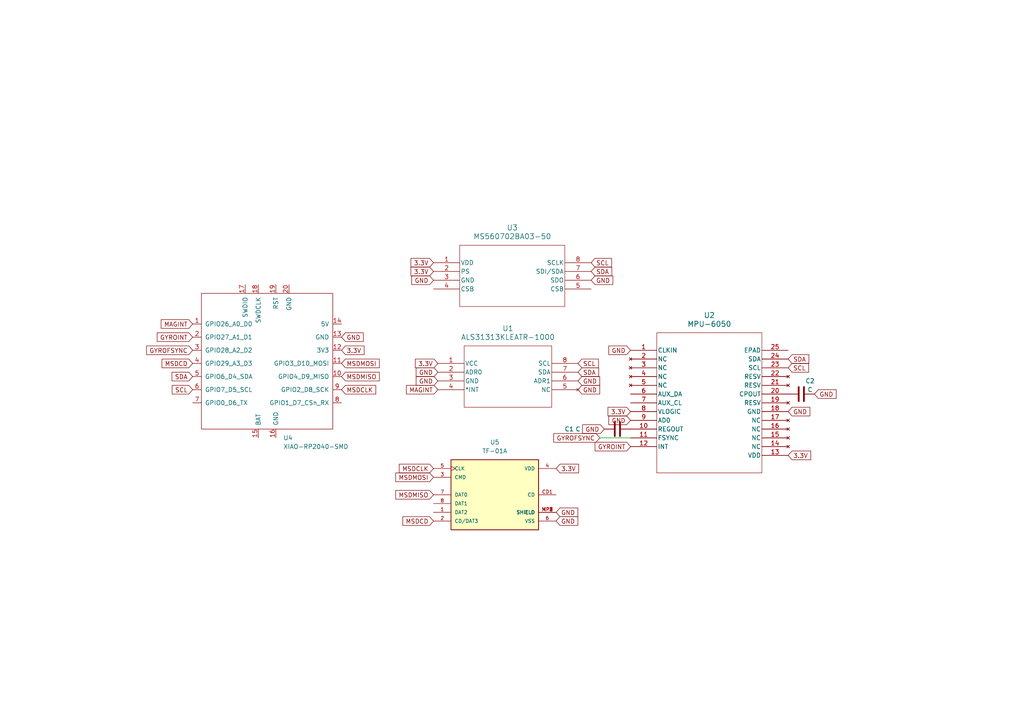
<source format=kicad_sch>
(kicad_sch (version 20250114) (generator "eeschema") (generator_version "9.0")
  (paper "A4")
  (title_block (title "Odyssey") (date "2025-04-28") (rev "v2") (company "Hack Club") (comment 1 "apex.hackclub.com"))
  (lib_symbols
    (symbol "ALS31313KLEATR-1000:ALS31313KLEATR-1000" (pin_names (offset 0.254))
      (property "Reference" "U" (at 20.32 10.16 0))
      (property "Value" "ALS31313KLEATR-1000" (at 20.32 7.62 0))
      (symbol "ALS31313KLEATR-1000_0_1"
        (polyline (pts (xy 7.62 5.08) (xy 7.62 -12.7)) (stroke (width 0.127)))
        (polyline (pts (xy 7.62 -12.7) (xy 33.02 -12.7)) (stroke (width 0.127)))
        (polyline (pts (xy 33.02 5.08) (xy 7.62 5.08)) (stroke (width 0.127)))
        (polyline (pts (xy 33.02 -12.7) (xy 33.02 5.08)) (stroke (width 0.127)))
        (pin power_in line (at 0 0 0) (length 7.62) (name "VCC") (number "1"))
        (pin input line (at 0 -2.54 0) (length 7.62) (name "ADR0") (number "2"))
        (pin power_out line (at 0 -5.08 0) (length 7.62) (name "GND") (number "3"))
        (pin output line (at 0 -7.62 0) (length 7.62) (name "*INT") (number "4"))
        (pin input line (at 40.64 0 180) (length 7.62) (name "SCL") (number "8"))
        (pin bidirectional line (at 40.64 -2.54 180) (length 7.62) (name "SDA") (number "7"))
        (pin input line (at 40.64 -5.08 180) (length 7.62) (name "ADR1") (number "6"))
        (pin no_connect line (at 40.64 -7.62 180) (length 7.62) (name "NC") (number "5"))
      )
    )
    (symbol "Device:C" (pin_numbers (hide yes)) (pin_names (offset 0.254))
      (property "Reference" "C" (at 0.635 2.54 0))
      (property "Value" "C" (at 0.635 -2.54 0))
      (symbol "C_0_1"
        (polyline (pts (xy -2.032 0.762) (xy 2.032 0.762)) (stroke (width 0.508)))
        (polyline (pts (xy -2.032 -0.762) (xy 2.032 -0.762)) (stroke (width 0.508)))
      )
      (symbol "C_1_1"
        (pin passive line (at 0 3.81 270) (length 2.794) (name "~") (number "1"))
        (pin passive line (at 0 -3.81 90) (length 2.794) (name "~") (number "2"))
      )
    )
    (symbol "MPU-6050:MPU-6050" (pin_names (offset 0.254))
      (property "Reference" "U" (at 22.86 10.16 0))
      (property "Value" "MPU-6050" (at 22.86 7.62 0))
      (symbol "MPU-6050_0_1"
        (polyline (pts (xy 7.62 5.08) (xy 7.62 -35.56)) (stroke (width 0.127)))
        (polyline (pts (xy 7.62 -35.56) (xy 38.1 -35.56)) (stroke (width 0.127)))
        (polyline (pts (xy 38.1 5.08) (xy 7.62 5.08)) (stroke (width 0.127)))
        (polyline (pts (xy 38.1 -35.56) (xy 38.1 5.08)) (stroke (width 0.127)))
        (pin input line (at 0 0 0) (length 7.62) (name "CLKIN") (number "1"))
        (pin no_connect line (at 0 -2.54 0) (length 7.62) (name "NC") (number "2"))
        (pin no_connect line (at 0 -5.08 0) (length 7.62) (name "NC") (number "3"))
        (pin no_connect line (at 0 -7.62 0) (length 7.62) (name "NC") (number "4"))
        (pin no_connect line (at 0 -10.16 0) (length 7.62) (name "NC") (number "5"))
        (pin unspecified line (at 0 -12.7 0) (length 7.62) (name "AUX_DA") (number "6"))
        (pin unspecified line (at 0 -15.24 0) (length 7.62) (name "AUX_CL") (number "7"))
        (pin power_in line (at 0 -17.78 0) (length 7.62) (name "VLOGIC") (number "8"))
        (pin bidirectional line (at 0 -20.32 0) (length 7.62) (name "AD0") (number "9"))
        (pin output line (at 0 -22.86 0) (length 7.62) (name "REGOUT") (number "10"))
        (pin unspecified line (at 0 -25.4 0) (length 7.62) (name "FSYNC") (number "11"))
        (pin output line (at 0 -27.94 0) (length 7.62) (name "INT") (number "12"))
        (pin unspecified line (at 45.72 0 180) (length 7.62) (name "EPAD") (number "25"))
        (pin unspecified line (at 45.72 -2.54 180) (length 7.62) (name "SDA") (number "24"))
        (pin unspecified line (at 45.72 -5.08 180) (length 7.62) (name "SCL") (number "23"))
        (pin no_connect line (at 45.72 -7.62 180) (length 7.62) (name "RESV") (number "22"))
        (pin no_connect line (at 45.72 -10.16 180) (length 7.62) (name "RESV") (number "21"))
        (pin output line (at 45.72 -12.7 180) (length 7.62) (name "CPOUT") (number "20"))
        (pin no_connect line (at 45.72 -15.24 180) (length 7.62) (name "RESV") (number "19"))
        (pin power_out line (at 45.72 -17.78 180) (length 7.62) (name "GND") (number "18"))
        (pin no_connect line (at 45.72 -20.32 180) (length 7.62) (name "NC") (number "17"))
        (pin no_connect line (at 45.72 -22.86 180) (length 7.62) (name "NC") (number "16"))
        (pin no_connect line (at 45.72 -25.4 180) (length 7.62) (name "NC") (number "15"))
        (pin no_connect line (at 45.72 -27.94 180) (length 7.62) (name "NC") (number "14"))
        (pin power_in line (at 45.72 -30.48 180) (length 7.62) (name "VDD") (number "13"))
      )
    )
    (symbol "MS560702BA03-50:MS560702BA03-50" (pin_names (offset 0.254))
      (property "Reference" "U" (at 0 15.24 0))
      (property "Value" "MS560702BA03-50" (at 0 12.7 0))
      (symbol "MS560702BA03-50_0_1"
        (polyline (pts (xy -15.24 10.16) (xy -15.24 -7.62)) (stroke (width 0.127)))
        (polyline (pts (xy -15.24 -7.62) (xy 15.24 -7.62)) (stroke (width 0.127)))
        (polyline (pts (xy 15.24 10.16) (xy -15.24 10.16)) (stroke (width 0.127)))
        (polyline (pts (xy 15.24 -7.62) (xy 15.24 10.16)) (stroke (width 0.127)))
        (pin power_in line (at -22.86 5.08 0) (length 7.62) (name "VDD") (number "1"))
        (pin input line (at -22.86 2.54 0) (length 7.62) (name "PS") (number "2"))
        (pin power_out line (at -22.86 0 0) (length 7.62) (name "GND") (number "3"))
        (pin input line (at -22.86 -2.54 0) (length 7.62) (name "CSB") (number "4"))
        (pin input line (at 22.86 5.08 180) (length 7.62) (name "SCLK") (number "8"))
        (pin bidirectional line (at 22.86 2.54 180) (length 7.62) (name "SDI/SDA") (number "7"))
        (pin output line (at 22.86 0 180) (length 7.62) (name "SDO") (number "6"))
        (pin input line (at 22.86 -2.54 180) (length 7.62) (name "CSB") (number "5"))
      )
    )
    (symbol "Seeed_Studio_XIAO_Series:XIAO-RP2040-SMD" (pin_names (offset 1.016))
      (property "Reference" "U" (at -18.542 23.114 0))
      (property "Value" "XIAO-RP2040-SMD" (at -8.382 21.336 0))
      (symbol "XIAO-RP2040-SMD_0_1"
        (rectangle (start 19.05 -19.05) (end -19.05 20.32))
      )
      (symbol "XIAO-RP2040-SMD_1_1"
        (pin passive line (at -21.59 11.43 0) (length 2.54) (name "GPIO26_A0_D0") (number "1"))
        (pin passive line (at -21.59 7.62 0) (length 2.54) (name "GPIO27_A1_D1") (number "2"))
        (pin passive line (at -21.59 3.81 0) (length 2.54) (name "GPIO28_A2_D2") (number "3"))
        (pin passive line (at -21.59 0 0) (length 2.54) (name "GPIO29_A3_D3") (number "4"))
        (pin passive line (at -21.59 -3.81 0) (length 2.54) (name "GPIO6_D4_SDA") (number "5"))
        (pin passive line (at -21.59 -7.62 0) (length 2.54) (name "GPIO7_D5_SCL") (number "6"))
        (pin passive line (at -21.59 -11.43 0) (length 2.54) (name "GPIO0_D6_TX") (number "7"))
        (pin passive line (at -6.35 22.86 270) (length 2.54) (name "SWDIO") (number "17"))
        (pin passive line (at -2.54 22.86 270) (length 2.54) (name "SWDCLK") (number "18"))
        (pin passive line (at -2.54 -21.59 90) (length 2.54) (name "BAT") (number "15"))
        (pin passive line (at 2.54 22.86 270) (length 2.54) (name "RST") (number "19"))
        (pin passive line (at 2.54 -21.59 90) (length 2.54) (name "GND") (number "16"))
        (pin passive line (at 6.35 22.86 270) (length 2.54) (name "GND") (number "20"))
        (pin passive line (at 21.59 11.43 180) (length 2.54) (name "5V") (number "14"))
        (pin passive line (at 21.59 7.62 180) (length 2.54) (name "GND") (number "13"))
        (pin passive line (at 21.59 3.81 180) (length 2.54) (name "3V3") (number "12"))
        (pin passive line (at 21.59 0 180) (length 2.54) (name "GPIO3_D10_MOSI") (number "11"))
        (pin passive line (at 21.59 -3.81 180) (length 2.54) (name "GPIO4_D9_MISO") (number "10"))
        (pin passive line (at 21.59 -7.62 180) (length 2.54) (name "GPIO2_D8_SCK") (number "9"))
        (pin passive line (at 21.59 -11.43 180) (length 2.54) (name "GPIO1_D7_CSn_RX") (number "8"))
      )
    )
    (symbol "TF-01A:TF-01A" (pin_names (offset 1.016))
      (property "Reference" "MICRO_SD" (at -12.7 10.795 0))
      (property "Value" "TF-01A" (at -12.7 -12.7 0))
      (symbol "TF-01A_0_0"
        (rectangle (start -12.7 -10.16) (end 12.7 10.16) (stroke (width 0.254)) (fill (type background)))
        (pin bidirectional clock (at -17.78 7.62 0) (length 5.08) (name "CLK") (number "5"))
        (pin bidirectional line (at -17.78 5.08 0) (length 5.08) (name "CMD") (number "3"))
        (pin bidirectional line (at -17.78 0 0) (length 5.08) (name "DAT0") (number "7"))
        (pin bidirectional line (at -17.78 -2.54 0) (length 5.08) (name "DAT1") (number "8"))
        (pin bidirectional line (at -17.78 -5.08 0) (length 5.08) (name "DAT2") (number "1"))
        (pin bidirectional line (at -17.78 -7.62 0) (length 5.08) (name "CD/DAT3") (number "2"))
        (pin power_in line (at 17.78 7.62 180) (length 5.08) (name "VDD") (number "4"))
        (pin passive line (at 17.78 0 180) (length 5.08) (name "CD") (number "CD1"))
        (pin power_in line (at 17.78 -5.08 180) (length 5.08) (name "SHIELD") (number "MP1"))
        (pin power_in line (at 17.78 -5.08 180) (length 5.08) (name "SHIELD") (number "MP2"))
        (pin power_in line (at 17.78 -5.08 180) (length 5.08) (name "SHIELD") (number "MP3"))
        (pin power_in line (at 17.78 -5.08 180) (length 5.08) (name "SHIELD") (number "MP4"))
        (pin power_in line (at 17.78 -7.62 180) (length 5.08) (name "VSS") (number "6"))
      )
    )
  )
  (wire (pts (xy 173.99 127) (xy 182.88 127)))
  (global_label "SDA" (shape input) (at 171.45 78.74 0) (property "Intersheetrefs" "${INTERSHEET_REFS}" (effects (hide yes))))
  (global_label "MSDCLK" (shape input) (at 99.06 113.03 0) (property "Intersheetrefs" "${INTERSHEET_REFS}" (effects (hide yes))))
  (global_label "MSDCD" (shape input) (at 125.73 151.13 180) (property "Intersheetrefs" "${INTERSHEET_REFS}" (effects (hide yes))))
  (global_label "3.3V" (shape input) (at 161.29 135.89 0) (property "Intersheetrefs" "${INTERSHEET_REFS}" (effects (hide yes))))
  (global_label "SDA" (shape input) (at 167.64 107.95 0) (property "Intersheetrefs" "${INTERSHEET_REFS}" (effects (hide yes))))
  (global_label "GND" (shape input) (at 127 110.49 180) (property "Intersheetrefs" "${INTERSHEET_REFS}" (effects (hide yes))))
  (global_label "GYROFSYNC" (shape input) (at 55.88 101.6 180) (property "Intersheetrefs" "${INTERSHEET_REFS}" (effects (hide yes))))
  (global_label "3.3V" (shape input) (at 125.73 78.74 180) (property "Intersheetrefs" "${INTERSHEET_REFS}" (effects (hide yes))))
  (global_label "GYROINT" (shape input) (at 182.88 129.54 180) (property "Intersheetrefs" "${INTERSHEET_REFS}" (effects (hide yes))))
  (global_label "SCL" (shape input) (at 55.88 113.03 180) (property "Intersheetrefs" "${INTERSHEET_REFS}" (effects (hide yes))))
  (global_label "MSDMISO" (shape input) (at 125.73 143.51 180) (property "Intersheetrefs" "${INTERSHEET_REFS}" (effects (hide yes))))
  (global_label "GND" (shape input) (at 99.06 97.79 0) (property "Intersheetrefs" "${INTERSHEET_REFS}" (effects (hide yes))))
  (global_label "MAGINT" (shape input) (at 127 113.03 180) (property "Intersheetrefs" "${INTERSHEET_REFS}" (effects (hide yes))))
  (global_label "MAGINT" (shape input) (at 55.88 93.98 180) (property "Intersheetrefs" "${INTERSHEET_REFS}" (effects (hide yes))))
  (global_label "GND" (shape input) (at 182.88 121.92 180) (property "Intersheetrefs" "${INTERSHEET_REFS}" (effects (hide yes))))
  (global_label "GND" (shape input) (at 167.64 113.03 0) (property "Intersheetrefs" "${INTERSHEET_REFS}" (effects (hide yes))))
  (global_label "SDA" (shape input) (at 228.6 104.14 0) (property "Intersheetrefs" "${INTERSHEET_REFS}" (effects (hide yes))))
  (global_label "GND" (shape input) (at 127 107.95 180) (property "Intersheetrefs" "${INTERSHEET_REFS}" (effects (hide yes))))
  (global_label "MSDMISO" (shape input) (at 99.06 109.22 0) (property "Intersheetrefs" "${INTERSHEET_REFS}" (effects (hide yes))))
  (global_label "GND" (shape input) (at 228.6 119.38 0) (property "Intersheetrefs" "${INTERSHEET_REFS}" (effects (hide yes))))
  (global_label "3.3V" (shape input) (at 99.06 101.6 0) (property "Intersheetrefs" "${INTERSHEET_REFS}" (effects (hide yes))))
  (global_label "GND" (shape input) (at 182.88 101.6 180) (property "Intersheetrefs" "${INTERSHEET_REFS}" (effects (hide yes))))
  (global_label "GND" (shape input) (at 161.29 148.59 0) (property "Intersheetrefs" "${INTERSHEET_REFS}" (effects (hide yes))))
  (global_label "GND" (shape input) (at 236.22 114.3 0) (property "Intersheetrefs" "${INTERSHEET_REFS}" (effects (hide yes))))
  (global_label "GND" (shape input) (at 171.45 81.28 0) (property "Intersheetrefs" "${INTERSHEET_REFS}" (effects (hide yes))))
  (global_label "3.3V" (shape input) (at 125.73 76.2 180) (property "Intersheetrefs" "${INTERSHEET_REFS}" (effects (hide yes))))
  (global_label "SDA" (shape input) (at 55.88 109.22 180) (property "Intersheetrefs" "${INTERSHEET_REFS}" (effects (hide yes))))
  (global_label "SCL" (shape input) (at 228.6 106.68 0) (property "Intersheetrefs" "${INTERSHEET_REFS}" (effects (hide yes))))
  (global_label "3.3V" (shape input) (at 127 105.41 180) (property "Intersheetrefs" "${INTERSHEET_REFS}" (effects (hide yes))))
  (global_label "MSDCLK" (shape input) (at 125.73 135.89 180) (property "Intersheetrefs" "${INTERSHEET_REFS}" (effects (hide yes))))
  (global_label "MSDCD" (shape input) (at 55.88 105.41 180) (property "Intersheetrefs" "${INTERSHEET_REFS}" (effects (hide yes))))
  (global_label "3.3V" (shape input) (at 228.6 132.08 0) (property "Intersheetrefs" "${INTERSHEET_REFS}" (effects (hide yes))))
  (global_label "GYROINT" (shape input) (at 55.88 97.79 180) (property "Intersheetrefs" "${INTERSHEET_REFS}" (effects (hide yes))))
  (global_label "GND" (shape input) (at 161.29 151.13 0) (property "Intersheetrefs" "${INTERSHEET_REFS}" (effects (hide yes))))
  (global_label "GND" (shape input) (at 125.73 81.28 180) (property "Intersheetrefs" "${INTERSHEET_REFS}" (effects (hide yes))))
  (global_label "SCL" (shape input) (at 171.45 76.2 0) (property "Intersheetrefs" "${INTERSHEET_REFS}" (effects (hide yes))))
  (global_label "GND" (shape input) (at 175.26 124.46 180) (property "Intersheetrefs" "${INTERSHEET_REFS}" (effects (hide yes))))
  (global_label "SCL" (shape input) (at 167.64 105.41 0) (property "Intersheetrefs" "${INTERSHEET_REFS}" (effects (hide yes))))
  (global_label "GYROFSYNC" (shape input) (at 173.99 127 180) (property "Intersheetrefs" "${INTERSHEET_REFS}" (effects (hide yes))))
  (global_label "MSDMOSI" (shape input) (at 125.73 138.43 180) (property "Intersheetrefs" "${INTERSHEET_REFS}" (effects (hide yes))))
  (global_label "GND" (shape input) (at 167.64 110.49 0) (property "Intersheetrefs" "${INTERSHEET_REFS}" (effects (hide yes))))
  (global_label "3.3V" (shape input) (at 182.88 119.38 180) (property "Intersheetrefs" "${INTERSHEET_REFS}" (effects (hide yes))))
  (global_label "MSDMOSI" (shape input) (at 99.06 105.41 0) (property "Intersheetrefs" "${INTERSHEET_REFS}" (effects (hide yes))))
  (symbol (lib_id "MPU-6050:MPU-6050") (at 182.88 101.6 0) (unit 1)
    (property "Reference" "U2" (at 205.74 91.44 0) (effects (font (size 1.524 1.524))))
    (property "Value" "MPU-6050" (at 205.74 93.98 0) (effects (font (size 1.524 1.524))))
    (property "Footprint" "footprints:QFN24_4X4X0P9-0P5_TDK" (effects (hide yes)))
    (property "Datasheet" "MPU-6050" (effects (hide yes)))
  )
  (symbol (lib_id "Device:C") (at 179.07 124.46 90) (unit 1)
    (property "Reference" "C1" (at 165.1 124.46 90))
    (property "Value" "C" (at 167.64 124.46 90))
    (property "Footprint" "Capacitor_SMD:C_0402_1005Metric" (effects (hide yes)))
    (property "Description" "Unpolarized capacitor" (effects (hide yes)))
  )
  (symbol (lib_id "Seeed_Studio_XIAO_Series:XIAO-RP2040-SMD") (at 77.47 105.41 0) (unit 1)
    (property "Reference" "U4" (at 82.1533 127 0) (effects (justify left)))
    (property "Value" "XIAO-RP2040-SMD" (at 82.1533 129.54 0) (effects (justify left)))
    (property "Footprint" "footprints:XIAO-RP2040-SMD" (effects (hide yes)))
  )
  (symbol (lib_id "ALS31313KLEATR-1000:ALS31313KLEATR-1000") (at 127 105.41 0) (unit 1)
    (property "Reference" "U1" (at 147.32 95.25 0) (effects (font (size 1.524 1.524))))
    (property "Value" "ALS31313KLEATR-1000" (at 147.32 97.79 0) (effects (font (size 1.524 1.524))))
    (property "Footprint" "footprints:TSSOP8_LE_ALM" (effects (hide yes)))
    (property "Datasheet" "ALS31313KLEATR-1000" (effects (hide yes)))
  )
  (symbol (lib_id "MS560702BA03-50:MS560702BA03-50") (at 148.59 81.28 0) (unit 1)
    (property "Reference" "U3" (at 148.59 66.04 0) (effects (font (size 1.524 1.524))))
    (property "Value" "MS560702BA03-50" (at 148.59 68.58 0) (effects (font (size 1.524 1.524))))
    (property "Footprint" "footprints:SON8_MS5611_TEC" (effects (hide yes)))
    (property "Datasheet" "MS560702BA03-50" (effects (hide yes)))
  )
  (symbol (lib_id "Device:C") (at 232.41 114.3 270) (unit 1)
    (property "Reference" "C2" (at 234.95 110.49 90))
    (property "Value" "C" (at 234.95 113.03 90))
    (property "Footprint" "Capacitor_SMD:C_0402_1005Metric" (effects (hide yes)))
    (property "Description" "Unpolarized capacitor" (effects (hide yes)))
  )
  (symbol (lib_id "TF-01A:TF-01A") (at 143.51 143.51 0) (unit 1)
    (property "Reference" "U5" (at 143.51 128.27 0))
    (property "Value" "TF-01A" (at 143.51 130.81 0))
    (property "Footprint" "footprints:TF-01A" (effects (hide yes)))
    (property "MF" "HRO Electronics Co., Ltd." (effects (hide yes)))
    (property "Description_1" "Standard Card Edge Connectors" (effects (hide yes)))
    (property "Package" "Package" (effects (hide yes)))
    (property "Price" "None" (effects (hide yes)))
    (property "SnapEDA_Link" "https://www.snapeda.com/parts/TF-01A/HRO+Electronics+Co.%252C+Ltd./view-part/?ref=snap" (effects (hide yes)))
    (property "MP" "TF-01A" (effects (hide yes)))
    (property "Availability" "Not in stock" (effects (hide yes)))
    (property "Check_prices" "https://www.snapeda.com/parts/TF-01A/HRO+Electronics+Co.%252C+Ltd./view-part/?ref=eda" (effects (hide yes)))
  )
)
</source>
